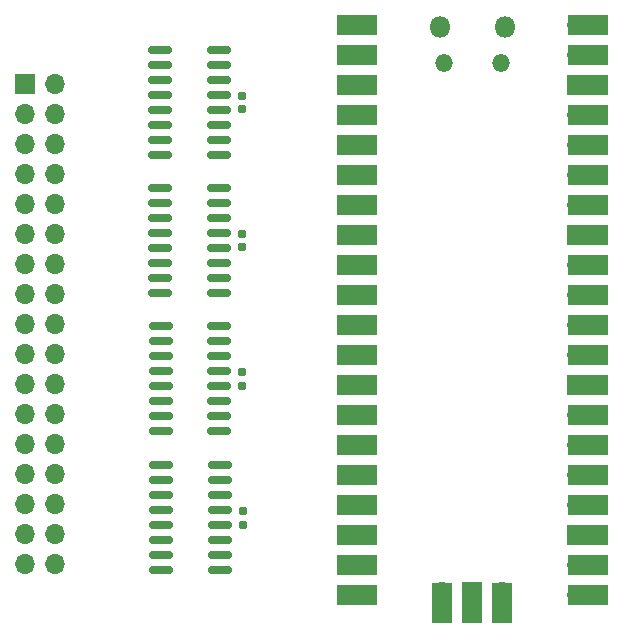
<source format=gbr>
%TF.GenerationSoftware,KiCad,Pcbnew,8.0.6*%
%TF.CreationDate,2025-02-20T14:45:07-05:00*%
%TF.ProjectId,PicoLVDS,5069636f-4c56-4445-932e-6b696361645f,1*%
%TF.SameCoordinates,Original*%
%TF.FileFunction,Soldermask,Top*%
%TF.FilePolarity,Negative*%
%FSLAX46Y46*%
G04 Gerber Fmt 4.6, Leading zero omitted, Abs format (unit mm)*
G04 Created by KiCad (PCBNEW 8.0.6) date 2025-02-20 14:45:07*
%MOMM*%
%LPD*%
G01*
G04 APERTURE LIST*
G04 Aperture macros list*
%AMRoundRect*
0 Rectangle with rounded corners*
0 $1 Rounding radius*
0 $2 $3 $4 $5 $6 $7 $8 $9 X,Y pos of 4 corners*
0 Add a 4 corners polygon primitive as box body*
4,1,4,$2,$3,$4,$5,$6,$7,$8,$9,$2,$3,0*
0 Add four circle primitives for the rounded corners*
1,1,$1+$1,$2,$3*
1,1,$1+$1,$4,$5*
1,1,$1+$1,$6,$7*
1,1,$1+$1,$8,$9*
0 Add four rect primitives between the rounded corners*
20,1,$1+$1,$2,$3,$4,$5,0*
20,1,$1+$1,$4,$5,$6,$7,0*
20,1,$1+$1,$6,$7,$8,$9,0*
20,1,$1+$1,$8,$9,$2,$3,0*%
G04 Aperture macros list end*
%ADD10RoundRect,0.150000X0.825000X0.150000X-0.825000X0.150000X-0.825000X-0.150000X0.825000X-0.150000X0*%
%ADD11RoundRect,0.155000X0.155000X-0.212500X0.155000X0.212500X-0.155000X0.212500X-0.155000X-0.212500X0*%
%ADD12R,1.700000X1.700000*%
%ADD13O,1.700000X1.700000*%
%ADD14O,1.800000X1.800000*%
%ADD15O,1.500000X1.500000*%
%ADD16R,3.500000X1.700000*%
%ADD17R,1.700000X3.500000*%
G04 APERTURE END LIST*
D10*
%TO.C,U5*%
X50250000Y-84920000D03*
X50250000Y-83650000D03*
X50250000Y-82380000D03*
X50250000Y-81110000D03*
X50250000Y-79840000D03*
X50250000Y-78570000D03*
X50250000Y-77300000D03*
X50250000Y-76030000D03*
X45300000Y-76030000D03*
X45300000Y-77300000D03*
X45300000Y-78570000D03*
X45300000Y-79840000D03*
X45300000Y-81110000D03*
X45300000Y-82380000D03*
X45300000Y-83650000D03*
X45300000Y-84920000D03*
%TD*%
D11*
%TO.C,C1*%
X52100000Y-45867500D03*
X52100000Y-44732500D03*
%TD*%
D10*
%TO.C,U3*%
X50175000Y-61445000D03*
X50175000Y-60175000D03*
X50175000Y-58905000D03*
X50175000Y-57635000D03*
X50175000Y-56365000D03*
X50175000Y-55095000D03*
X50175000Y-53825000D03*
X50175000Y-52555000D03*
X45225000Y-52555000D03*
X45225000Y-53825000D03*
X45225000Y-55095000D03*
X45225000Y-56365000D03*
X45225000Y-57635000D03*
X45225000Y-58905000D03*
X45225000Y-60175000D03*
X45225000Y-61445000D03*
%TD*%
D12*
%TO.C,J1*%
X33750000Y-43740000D03*
D13*
X36290000Y-43740000D03*
X33750000Y-46280000D03*
X36290000Y-46280000D03*
X33750000Y-48820000D03*
X36290000Y-48820000D03*
X33750000Y-51360000D03*
X36290000Y-51360000D03*
X33750000Y-53900000D03*
X36290000Y-53900000D03*
X33750000Y-56440000D03*
X36290000Y-56440000D03*
X33750000Y-58980000D03*
X36290000Y-58980000D03*
X33750000Y-61520000D03*
X36290000Y-61520000D03*
X33750000Y-64060000D03*
X36290000Y-64060000D03*
X33750000Y-66600000D03*
X36290000Y-66600000D03*
X33750000Y-69140000D03*
X36290000Y-69140000D03*
X33750000Y-71680000D03*
X36290000Y-71680000D03*
X33750000Y-74220000D03*
X36290000Y-74220000D03*
X33750000Y-76760000D03*
X36290000Y-76760000D03*
X33750000Y-79300000D03*
X36290000Y-79300000D03*
X33750000Y-81840000D03*
X36290000Y-81840000D03*
X33750000Y-84380000D03*
X36290000Y-84380000D03*
%TD*%
D10*
%TO.C,U2*%
X50175000Y-49745000D03*
X50175000Y-48475000D03*
X50175000Y-47205000D03*
X50175000Y-45935000D03*
X50175000Y-44665000D03*
X50175000Y-43395000D03*
X50175000Y-42125000D03*
X50175000Y-40855000D03*
X45225000Y-40855000D03*
X45225000Y-42125000D03*
X45225000Y-43395000D03*
X45225000Y-44665000D03*
X45225000Y-45935000D03*
X45225000Y-47205000D03*
X45225000Y-48475000D03*
X45225000Y-49745000D03*
%TD*%
D11*
%TO.C,C4*%
X52200000Y-81067500D03*
X52200000Y-79932500D03*
%TD*%
%TO.C,C2*%
X52100000Y-57567500D03*
X52100000Y-56432500D03*
%TD*%
D10*
%TO.C,U4*%
X50200000Y-73145000D03*
X50200000Y-71875000D03*
X50200000Y-70605000D03*
X50200000Y-69335000D03*
X50200000Y-68065000D03*
X50200000Y-66795000D03*
X50200000Y-65525000D03*
X50200000Y-64255000D03*
X45250000Y-64255000D03*
X45250000Y-65525000D03*
X45250000Y-66795000D03*
X45250000Y-68065000D03*
X45250000Y-69335000D03*
X45250000Y-70605000D03*
X45250000Y-71875000D03*
X45250000Y-73145000D03*
%TD*%
D11*
%TO.C,C3*%
X52100000Y-69267500D03*
X52100000Y-68132500D03*
%TD*%
D14*
%TO.C,U1*%
X68915000Y-38890000D03*
D15*
X69215000Y-41920000D03*
X74065000Y-41920000D03*
D14*
X74365000Y-38890000D03*
D13*
X62750000Y-38760000D03*
D16*
X61850000Y-38760000D03*
D13*
X62750000Y-41300000D03*
D16*
X61850000Y-41300000D03*
D12*
X62750000Y-43840000D03*
D16*
X61850000Y-43840000D03*
D13*
X62750000Y-46380000D03*
D16*
X61850000Y-46380000D03*
D13*
X62750000Y-48920000D03*
D16*
X61850000Y-48920000D03*
D13*
X62750000Y-51460000D03*
D16*
X61850000Y-51460000D03*
D13*
X62750000Y-54000000D03*
D16*
X61850000Y-54000000D03*
D12*
X62750000Y-56540000D03*
D16*
X61850000Y-56540000D03*
D13*
X62750000Y-59080000D03*
D16*
X61850000Y-59080000D03*
D13*
X62750000Y-61620000D03*
D16*
X61850000Y-61620000D03*
D13*
X62750000Y-64160000D03*
D16*
X61850000Y-64160000D03*
D13*
X62750000Y-66700000D03*
D16*
X61850000Y-66700000D03*
D12*
X62750000Y-69240000D03*
D16*
X61850000Y-69240000D03*
D13*
X62750000Y-71780000D03*
D16*
X61850000Y-71780000D03*
D13*
X62750000Y-74320000D03*
D16*
X61850000Y-74320000D03*
D13*
X62750000Y-76860000D03*
D16*
X61850000Y-76860000D03*
D13*
X62750000Y-79400000D03*
D16*
X61850000Y-79400000D03*
D12*
X62750000Y-81940000D03*
D16*
X61850000Y-81940000D03*
D13*
X62750000Y-84480000D03*
D16*
X61850000Y-84480000D03*
D13*
X62750000Y-87020000D03*
D16*
X61850000Y-87020000D03*
D13*
X80530000Y-87020000D03*
D16*
X81430000Y-87020000D03*
D13*
X80530000Y-84480000D03*
D16*
X81430000Y-84480000D03*
D12*
X80530000Y-81940000D03*
D16*
X81430000Y-81940000D03*
D13*
X80530000Y-79400000D03*
D16*
X81430000Y-79400000D03*
D13*
X80530000Y-76860000D03*
D16*
X81430000Y-76860000D03*
D13*
X80530000Y-74320000D03*
D16*
X81430000Y-74320000D03*
D13*
X80530000Y-71780000D03*
D16*
X81430000Y-71780000D03*
D12*
X80530000Y-69240000D03*
D16*
X81430000Y-69240000D03*
D13*
X80530000Y-66700000D03*
D16*
X81430000Y-66700000D03*
D13*
X80530000Y-64160000D03*
D16*
X81430000Y-64160000D03*
D13*
X80530000Y-61620000D03*
D16*
X81430000Y-61620000D03*
D13*
X80530000Y-59080000D03*
D16*
X81430000Y-59080000D03*
D12*
X80530000Y-56540000D03*
D16*
X81430000Y-56540000D03*
D13*
X80530000Y-54000000D03*
D16*
X81430000Y-54000000D03*
D13*
X80530000Y-51460000D03*
D16*
X81430000Y-51460000D03*
D13*
X80530000Y-48920000D03*
D16*
X81430000Y-48920000D03*
D13*
X80530000Y-46380000D03*
D16*
X81430000Y-46380000D03*
D12*
X80530000Y-43840000D03*
D16*
X81430000Y-43840000D03*
D13*
X80530000Y-41300000D03*
D16*
X81430000Y-41300000D03*
D13*
X80530000Y-38760000D03*
D16*
X81430000Y-38760000D03*
D13*
X69100000Y-86790000D03*
D17*
X69100000Y-87690000D03*
D12*
X71640000Y-86790000D03*
D17*
X71640000Y-87690000D03*
D13*
X74180000Y-86790000D03*
D17*
X74180000Y-87690000D03*
%TD*%
M02*

</source>
